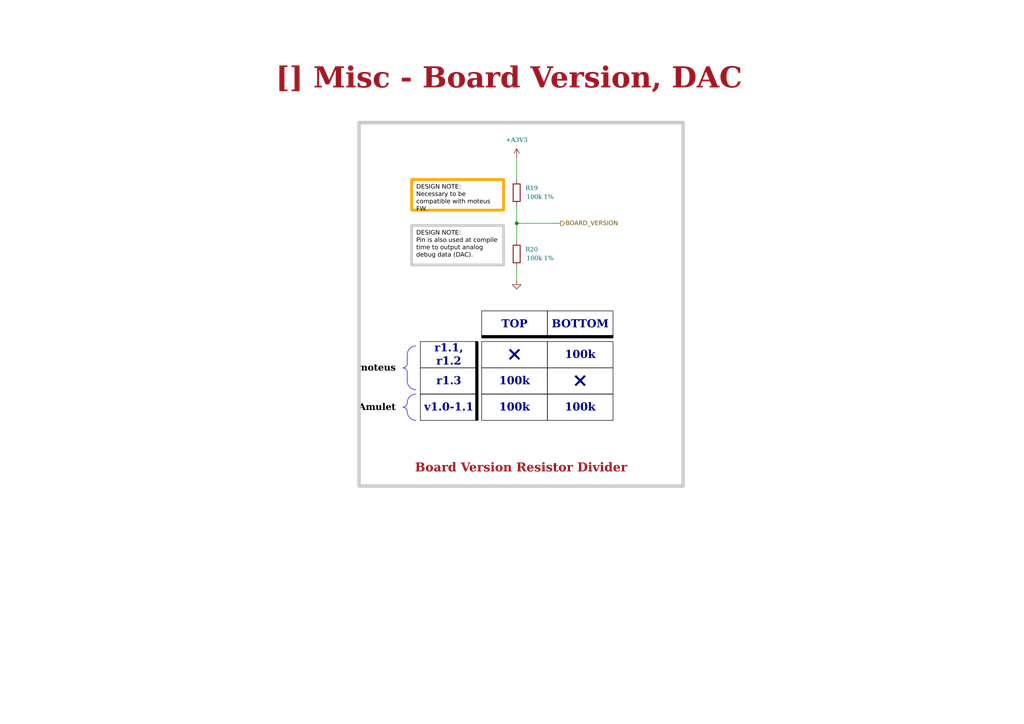
<source format=kicad_sch>
(kicad_sch (version 20231120) (generator "eeschema") (generator_version "8.0")
  (paper "A4")
  (title_block (title "Misc - Board Version, DAC") (date "2024-04-13") (rev "${REVISION}") (company "${COMPANY}"))
  (lib_symbols
    (symbol "0_power_symbols:+A3V3" (power) (pin_names (offset 0))
      (property "Value" "+A3V3" (at 0 3.556 0))
      (symbol "+A3V3_0_1"
        (polyline (pts (xy -0.762 1.27) (xy 0 2.54)))
        (polyline (pts (xy 0 0) (xy 0 2.54)))
        (polyline (pts (xy 0 2.54) (xy 0.762 1.27)))
      )
      (symbol "+A3V3_1_1"
        (pin power_in line (at 0 0 90) (length 0) hide (name "+A3V3") (number "1"))
      )
    )
    (symbol "Device:R" (pin_numbers hide) (pin_names (offset 0))
      (property "Reference" "R" (at 2.032 0 90))
      (property "Value" "R" (at 0 0 90))
      (symbol "R_0_1"
        (rectangle (start -1.016 -2.54) (end 1.016 2.54) (stroke (width 0.254)))
      )
      (symbol "R_1_1"
        (pin passive line (at 0 3.81 270) (length 1.27) (name "~") (number "1"))
        (pin passive line (at 0 -3.81 90) (length 1.27) (name "~") (number "2"))
      )
    )
    (symbol "power:GND" (power) (pin_names (offset 0))
      (property "Value" "GND" (at 0 -3.81 0))
      (symbol "GND_0_1"
        (polyline (pts (xy 0 0) (xy 0 -1.27) (xy 1.27 -1.27) (xy 0 -2.54) (xy -1.27 -1.27) (xy 0 -1.27)))
      )
      (symbol "GND_1_1"
        (pin power_in line (at 0 0 270) (length 0) hide (name "GND") (number "1"))
      )
    )
  )
  (junction (at 149.86 64.77))
  (wire (pts (xy 149.86 64.77) (xy 149.86 59.69)))
  (wire (pts (xy 149.86 64.77) (xy 149.86 69.85)))
  (wire (pts (xy 162.56 64.77) (xy 149.86 64.77)))
  (wire (pts (xy 149.86 45.72) (xy 149.86 52.07)))
  (polyline (pts (xy 118.11 107.95) (xy 118.11 110.49)))
  (wire (pts (xy 149.86 81.28) (xy 149.86 77.47)))
  (polyline (pts (xy 118.11 102.87) (xy 118.11 105.41)))
  (rectangle (start 139.7 97.282) (end 177.8 98.044) (stroke (width 0) (color 0 0 0 1)) (fill (type color) (color 0 0 0 1)))
  (rectangle (start 104.14 35.56) (end 198.12 140.97) (stroke (width 1) (color 200 200 200 1)))
  (arc (start 118.11 116.84) (mid 117.7351 117.7351) (end 116.84 118.11))
  (rectangle (start 137.922 99.06) (end 138.684 121.92) (stroke (width 0) (color 0 0 0 1)) (fill (type color) (color 0 0 0 1)))
  (arc (start 120.66 113.04) (mid 118.8698 112.2902) (end 118.12 110.5))
  (arc (start 118.12 105.42) (mid 117.7451 106.3151) (end 116.85 106.69))
  (arc (start 120.65 121.92) (mid 118.8598 121.1702) (end 118.11 119.38))
  (arc (start 116.85 106.69) (mid 117.7451 107.0649) (end 118.12 107.96))
  (arc (start 118.11 116.84) (mid 118.8539 115.0439) (end 120.65 114.3))
  (arc (start 116.84 118.11) (mid 117.7351 118.4849) (end 118.11 119.38))
  (arc (start 118.12 102.88) (mid 118.8639 101.0839) (end 120.66 100.34))
  (text_box "×" (at 158.75 106.68 0) (size 19.05 7.62) (stroke (width 0) (color 0 0 0 1)) (effects (font (size 4 4) (bold yes))))
  (text_box "100k" (at 139.7 114.3 0) (size 19.05 7.62) (stroke (width 0) (color 0 0 0 1)) (effects (font (size 2.286 2.286) (bold yes))))
  (text_box "moteus" (at 102.87 104.14 0) (size 13.335 5.08) (stroke (width -0.0001)) (effects (font (size 1.905 1.905) (thickness 0.381) (bold yes)) (justify right top)))
  (text_box "r1.3" (at 121.92 106.68 0) (size 16.51 7.62) (stroke (width 0) (color 0 0 0 1)) (effects (font (size 2.286 2.286) (bold yes))))
  (text_box "r1.1, r1.2" (at 121.92 99.06 0) (size 16.51 7.62) (stroke (width 0) (color 0 0 0 1)) (effects (font (size 2.286 2.286) (bold yes))))
  (text_box "DESIGN NOTE:\nNecessary to be compatible with moteus FW." (at 119.38 52.07 0) (size 26.67 8.89) (stroke (width 0.8) (color 255 165 0 1)) (effects (font (size 1.27 1.27)) (justify left top)))
  (text_box "100k" (at 139.7 106.68 0) (size 19.05 7.62) (stroke (width 0) (color 0 0 0 1)) (effects (font (size 2.286 2.286) (bold yes))))
  (text_box "Amulet" (at 102.87 115.57 0) (size 13.335 5.08) (stroke (width -0.0001)) (effects (font (size 1.905 1.905) (thickness 0.381) (bold yes)) (justify right top)))
  (text_box "[${#}] ${TITLE}" (at 69.215 16.51 0) (size 156.845 12.7) (stroke (width -0.0001)) (effects (font (size 6 6) (thickness 1.2) (bold yes))))
  (text_box "DESIGN NOTE:\nPin is also used at compile time to output analog debug data (DAC)." (at 119.38 65.405 0) (size 26.67 11.43) (stroke (width 0.8) (color 200 200 200 1)) (effects (font (size 1.27 1.27)) (justify left top)))
  (text_box "100k" (at 158.75 99.06 0) (size 19.05 7.62) (stroke (width 0) (color 0 0 0 1)) (effects (font (size 2.286 2.286) (bold yes))))
  (text_box "Board Version Resistor Divider" (at 105.41 129.54 0) (size 91.44 9.525) (stroke (width -0.0001)) (effects (font (size 2.54 2.54) (thickness 0.508) (bold yes)) (justify bottom)))
  (text_box "BOTTOM" (at 158.75 90.17 0) (size 19.05 7.62) (stroke (width 0) (color 0 0 0 1)) (effects (font (size 2.286 2.286) (bold yes))))
  (text_box "×" (at 139.7 99.06 0) (size 19.05 7.62) (stroke (width 0) (color 0 0 0 1)) (effects (font (size 4 4) (bold yes))))
  (text_box "v1.0-1.1" (at 121.92 114.3 0) (size 16.51 7.62) (stroke (width 0) (color 0 0 0 1)) (effects (font (size 2.286 2.286) (bold yes))))
  (text_box "TOP" (at 139.7 90.17 0) (size 19.05 7.62) (stroke (width 0) (color 0 0 0 1)) (effects (font (size 2.286 2.286) (bold yes))))
  (text_box "100k" (at 158.75 114.3 0) (size 19.05 7.62) (stroke (width 0) (color 0 0 0 1)) (effects (font (size 2.286 2.286) (bold yes))))
  (hierarchical_label "BOARD_VERSION" (shape output) (at 162.56 64.77 0))
  (symbol (lib_id "0_power_symbols:+A3V3") (at 149.86 45.72 0) (unit 1)
    (property "Reference" "#PWR06" (effects (hide yes)))
    (property "Value" "+A3V3" (at 149.86 40.64 0))
    (instances (project "pcb2blender_tmp" (path "" (reference "#PWR06") (unit 1)) (path "" (reference "#PWR06") (unit 1)) (path "" (reference "#PWR037") (unit 1))))
  )
  (symbol (lib_id "Device:R") (at 149.86 73.66 0) (unit 1)
    (property "Reference" "R20" (at 152.4 72.39 0) (effects (justify left)))
    (property "Value" "100k 1%" (at 152.4 74.93 0) (effects (justify left)))
    (property "Footprint" "0_resistor_smd:R_0402_1005_DensityHigh" (effects (hide yes)))
    (property "Datasheet" "https://www.yageo.com/upload/media/product/app/datasheet/rchip/pyu-rt_1-to-0.01_rohs_l.pdf" (effects (hide yes)))
    (property "Description" "100 kOhms ±1% 0.063W, 1/16W Chip Resistor 0402 (1005 Metric) Thin Film" (effects (hide yes)))
    (property "Supplier 1" "Digikey" (effects (hide yes)))
    (property "Supplier Part Number 1" "YAG2307CT-ND" (effects (hide yes)))
    (property "manf" "YAGEO" (effects (hide yes)))
    (property "manf#" "RT0402FRE07100KL" (effects (hide yes)))
  )
  (symbol (lib_id "Device:R") (at 149.86 55.88 0) (unit 1)
    (property "Reference" "R19" (at 152.4 54.61 0) (effects (justify left)))
    (property "Value" "100k 1%" (at 152.4 57.15 0) (effects (justify left)))
    (property "Footprint" "0_resistor_smd:R_0402_1005_DensityHigh" (effects (hide yes)))
    (property "Datasheet" "https://www.yageo.com/upload/media/product/app/datasheet/rchip/pyu-rt_1-to-0.01_rohs_l.pdf" (effects (hide yes)))
    (property "Description" "100 kOhms ±1% 0.063W, 1/16W Chip Resistor 0402 (1005 Metric) Thin Film" (effects (hide yes)))
    (property "Supplier 1" "Digikey" (effects (hide yes)))
    (property "Supplier Part Number 1" "YAG2307CT-ND" (effects (hide yes)))
    (property "manf" "YAGEO" (effects (hide yes)))
    (property "manf#" "RT0402FRE07100KL" (effects (hide yes)))
  )
  (symbol (lib_id "power:GND") (at 149.86 81.28 0) (unit 1)
    (property "Reference" "#PWR038" (effects (hide yes)))
    (property "Value" "GND" (effects (hide yes)))
  )
)
</source>
